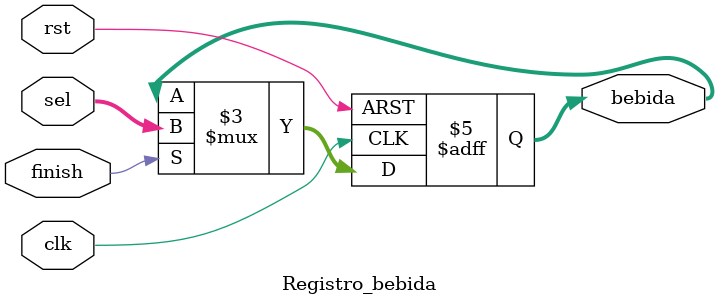
<source format=sv>
module Registro_bebida(input clk, rst, finish,
					 input logic [2:0]sel,
					 output logic  [2:0]bebida);
												
always_ff @ (posedge clk or posedge rst)
	if (rst) bebida = 3'b000;
	else if (finish)
		bebida=sel;
endmodule 
</source>
